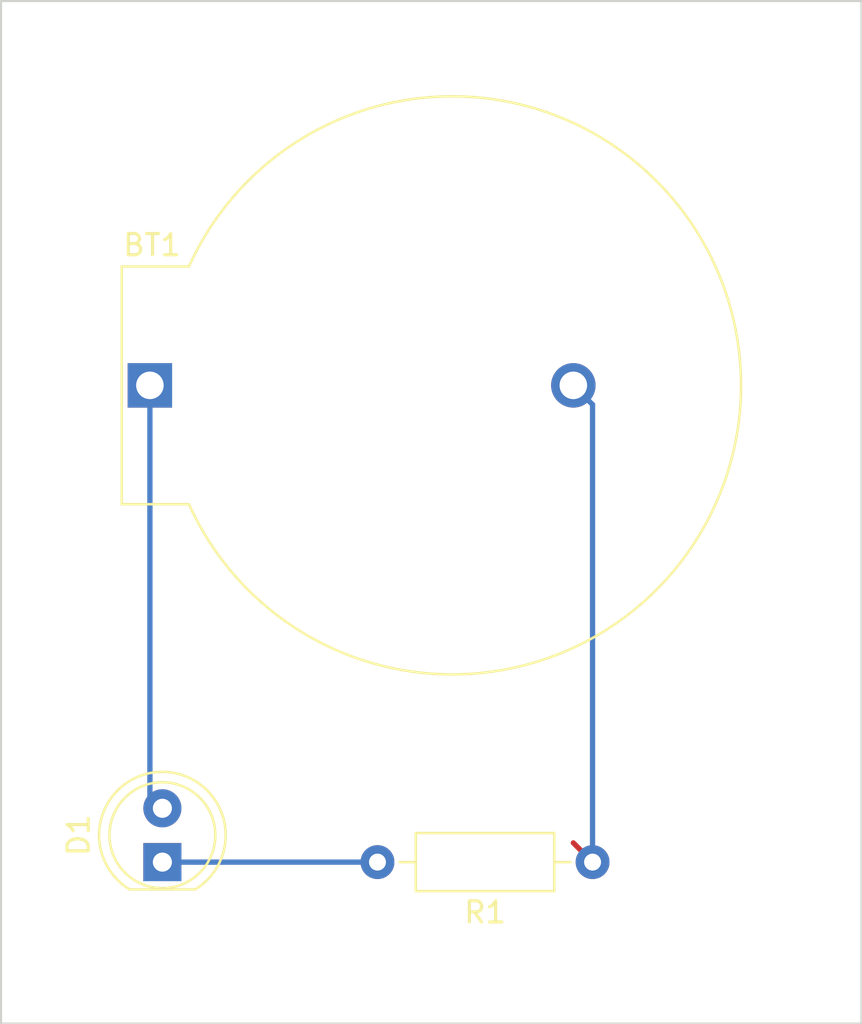
<source format=kicad_pcb>
(kicad_pcb (version 20211014) (generator pcbnew)
  (layers (0 "F.Cu" signal) (31 "B.Cu" signal) (34 "B.Paste" user) (35 "F.Paste" user) (36 "B.SilkS" user "B.Silkscreen") (37 "F.SilkS" user "F.Silkscreen") (38 "B.Mask" user) (39 "F.Mask" user) (44 "Edge.Cuts" user))
  (net 0 "")
  (net 1 "Net-(BT1-Pad1)")
  (net 2 "Net-(BT1-Pad2)")
  (net 3 "Net-(D1-Pad1)")
  (footprint "LED_THT:LED_D5.0mm" (layer "F.Cu") (at 121.92 111.76 90)
    (fp_text reference "D1" (at 1.27 -3.96 90) (layer "F.SilkS"))
    (fp_text value "LED")
    (fp_line (start -1.29 -1.545) (end -1.29 1.545) (layer "F.SilkS") (width 0.12))
    (fp_arc (start 4.26 -0.000462) (mid 2.072002 2.880433) (end -1.29 1.54483) (layer "F.SilkS") (width 0.12))
    (fp_arc (start -1.29 -1.54483) (mid 2.072002 -2.880433) (end 4.26 0.000462) (layer "F.SilkS") (width 0.12))
    (fp_circle (center 1.27 0) (end 3.77 0) (layer "F.SilkS") (width 0.12) (fill none))
    (pad "1" thru_hole rect (at 0 0 90) (size 1.8 1.8) (drill 0.9) (layers *.Cu *.Mask) (net 3 "Net-(D1-Pad1)"))
    (pad "2" thru_hole circle (at 2.54 0 90) (size 1.8 1.8) (drill 0.9) (layers *.Cu *.Mask) (net 1 "Net-(BT1-Pad1)"))
  )
  (footprint "Resistor_THT:R_Axial_DIN0207_L6.3mm_D2.5mm_P10.16mm_Horizontal" (layer "F.Cu") (at 142.24 111.76 180)
    (fp_text reference "R1" (at 5.08 -2.37) (layer "F.SilkS"))
    (fp_text value "470")
    (fp_line (start 1.04 0) (end 1.81 0) (layer "F.SilkS") (width 0.12))
    (fp_line (start 8.35 -1.37) (end 1.81 -1.37) (layer "F.SilkS") (width 0.12))
    (fp_line (start 1.81 -1.37) (end 1.81 1.37) (layer "F.SilkS") (width 0.12))
    (fp_line (start 8.35 1.37) (end 8.35 -1.37) (layer "F.SilkS") (width 0.12))
    (fp_line (start 1.81 1.37) (end 8.35 1.37) (layer "F.SilkS") (width 0.12))
    (fp_line (start 9.12 0) (end 8.35 0) (layer "F.SilkS") (width 0.12))
    (pad "1" thru_hole circle (at 0 0 180) (size 1.6 1.6) (drill 0.8) (layers *.Cu *.Mask) (net 2 "Net-(BT1-Pad2)"))
    (pad "2" thru_hole oval (at 10.16 0 180) (size 1.6 1.6) (drill 0.8) (layers *.Cu *.Mask) (net 3 "Net-(D1-Pad1)"))
  )
  (footprint "Battery:BatteryHolder_ComfortableElectronic_CH273-2450_1x2450" (layer "F.Cu") (at 121.330914 89.258173)
    (fp_text reference "BT1" (at 0.1 -6.62) (layer "F.SilkS"))
    (fp_text value "9V")
    (fp_line (start 1.845 5.61) (end -1.33 5.61) (layer "F.SilkS") (width 0.12))
    (fp_line (start -1.33 5.61) (end -1.33 -5.61) (layer "F.SilkS") (width 0.12))
    (fp_line (start -1.33 -5.61) (end 1.845 -5.61) (layer "F.SilkS") (width 0.12))
    (fp_arc (start 1.845 -5.61) (mid 27.921896 0) (end 1.845 5.61) (layer "F.SilkS") (width 0.12))
    (pad "1" thru_hole rect (at 0 0 270) (size 2.1 2.1) (drill 1.3) (layers *.Cu *.Mask) (net 1 "Net-(BT1-Pad1)"))
    (pad "2" thru_hole circle (at 20 0 270) (size 2.1 2.1) (drill 1.3) (layers *.Cu *.Mask) (net 2 "Net-(BT1-Pad2)"))
  )
  (gr_line (start 154.94 71.12) (end 154.94 119.38) (layer "Edge.Cuts") (width 0.1))
  (gr_line (start 114.3 119.38) (end 114.3 73.66) (layer "Edge.Cuts") (width 0.1))
  (gr_line (start 154.94 119.38) (end 114.3 119.38) (layer "Edge.Cuts") (width 0.1))
  (gr_line (start 114.3 71.12) (end 154.94 71.12) (layer "Edge.Cuts") (width 0.1))
  (gr_line (start 114.3 73.66) (end 114.3 71.12) (layer "Edge.Cuts") (width 0.1))
  (segment (start 121.330914 108.630914) (end 121.92 109.22) (width 0.25) (layer "F.Cu") (net 1))
  (segment (start 121.330914 108.630914) (end 121.92 109.22) (width 0.25) (layer "B.Cu") (net 1))
  (segment (start 121.330914 89.258173) (end 121.330914 108.630914) (width 0.25) (layer "B.Cu") (net 1))
  (segment (start 141.330914 110.850914) (end 142.24 111.76) (width 0.25) (layer "F.Cu") (net 2))
  (segment (start 142.24 111.76) (end 142.24 90.167259) (width 0.25) (layer "B.Cu") (net 2))
  (segment (start 142.24 90.167259) (end 141.330914 89.258173) (width 0.25) (layer "B.Cu") (net 2))
  (segment (start 121.92 111.76) (end 132.08 111.76) (width 0.25) (layer "B.Cu") (net 3))
)
</source>
